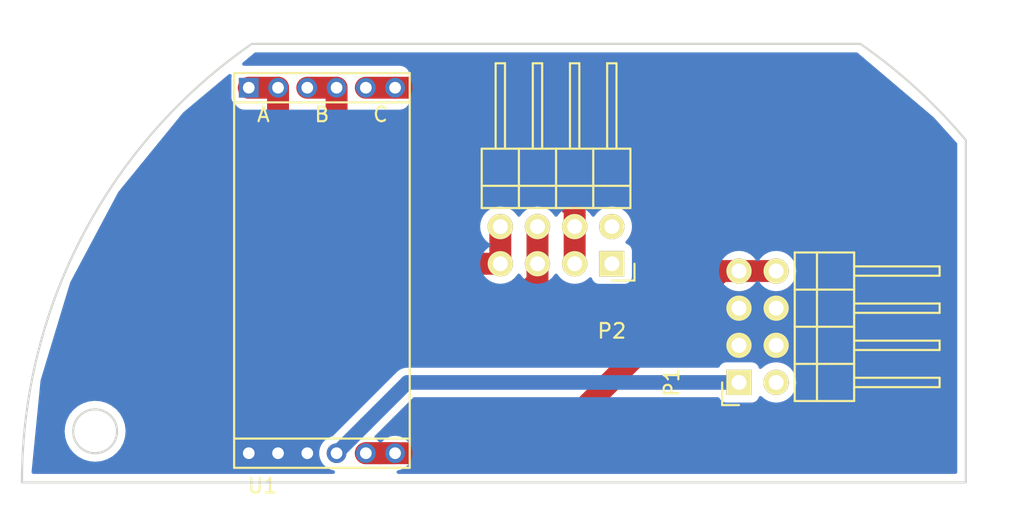
<source format=kicad_pcb>
(kicad_pcb (version 4) (host pcbnew 4.0.4-stable)

  (general
    (links 19)
    (no_connects 0)
    (area 63.424999 69.924999 128.075001 100.075001)
    (thickness 1.6)
    (drawings 6)
    (tracks 27)
    (zones 0)
    (modules 3)
    (nets 7)
  )

  (page A4)
  (layers
    (0 F.Cu signal)
    (31 B.Cu signal)
    (32 B.Adhes user)
    (33 F.Adhes user)
    (34 B.Paste user)
    (35 F.Paste user)
    (36 B.SilkS user)
    (37 F.SilkS user)
    (38 B.Mask user)
    (39 F.Mask user)
    (40 Dwgs.User user)
    (41 Cmts.User user)
    (42 Eco1.User user)
    (43 Eco2.User user)
    (44 Edge.Cuts user)
    (45 Margin user)
    (46 B.CrtYd user)
    (47 F.CrtYd user)
    (48 B.Fab user)
    (49 F.Fab user)
  )

  (setup
    (last_trace_width 1)
    (trace_clearance 0.2)
    (zone_clearance 0.508)
    (zone_45_only no)
    (trace_min 0.2)
    (segment_width 0.2)
    (edge_width 0.15)
    (via_size 0.6)
    (via_drill 0.4)
    (via_min_size 0.4)
    (via_min_drill 0.3)
    (uvia_size 0.3)
    (uvia_drill 0.1)
    (uvias_allowed no)
    (uvia_min_size 0.2)
    (uvia_min_drill 0.1)
    (pcb_text_width 0.3)
    (pcb_text_size 1.5 1.5)
    (mod_edge_width 0.15)
    (mod_text_size 1 1)
    (mod_text_width 0.15)
    (pad_size 1.7272 1.7272)
    (pad_drill 1.016)
    (pad_to_mask_clearance 0.2)
    (aux_axis_origin 0 0)
    (visible_elements 7FFFFFFF)
    (pcbplotparams
      (layerselection 0x00030_80000001)
      (usegerberextensions false)
      (excludeedgelayer true)
      (linewidth 0.100000)
      (plotframeref false)
      (viasonmask false)
      (mode 1)
      (useauxorigin false)
      (hpglpennumber 1)
      (hpglpenspeed 20)
      (hpglpendiameter 15)
      (hpglpenoverlay 2)
      (psnegative false)
      (psa4output false)
      (plotreference true)
      (plotvalue true)
      (plotinvisibletext false)
      (padsonsilk false)
      (subtractmaskfromsilk false)
      (outputformat 1)
      (mirror false)
      (drillshape 1)
      (scaleselection 1)
      (outputdirectory ""))
  )

  (net 0 "")
  (net 1 /V_BAT)
  (net 2 GND)
  (net 3 /OUT_C)
  (net 4 /OUT_B)
  (net 5 /OUT_A)
  (net 6 /PWM_Input)

  (net_class Default "This is the default net class."
    (clearance 0.2)
    (trace_width 1)
    (via_dia 0.6)
    (via_drill 0.4)
    (uvia_dia 0.3)
    (uvia_drill 0.1)
    (add_net /OUT_A)
    (add_net /OUT_B)
    (add_net /OUT_C)
    (add_net /PWM_Input)
    (add_net /V_BAT)
    (add_net GND)
  )

  (module KiCad_Footprint:DYS_Mini_ESC (layer F.Cu) (tedit 580234B4) (tstamp 5802380F)
    (at 84 85.5)
    (descr "Through hole pin header, 1x06, 2.00mm pitch, single row")
    (tags "pin header single row")
    (path /58023718)
    (fp_text reference U1 (at -4.064 14.732) (layer F.SilkS)
      (effects (font (size 1 1) (thickness 0.15)))
    )
    (fp_text value DYS_mini_ESC (at 0 10.16) (layer F.Fab)
      (effects (font (size 1 1) (thickness 0.15)))
    )
    (fp_text user C (at 4 -10.668) (layer F.SilkS)
      (effects (font (size 1 1) (thickness 0.15)))
    )
    (fp_text user B (at 0 -10.668) (layer F.SilkS)
      (effects (font (size 1 1) (thickness 0.15)))
    )
    (fp_text user A (at -4 -10.668) (layer F.SilkS)
      (effects (font (size 1 1) (thickness 0.15)))
    )
    (fp_line (start -6 11.5) (end 6 11.5) (layer F.SilkS) (width 0.15))
    (fp_line (start -6 -11.5) (end 6 -11.5) (layer F.SilkS) (width 0.15))
    (fp_line (start -6 -13.5) (end -6 13.5) (layer F.SilkS) (width 0.15))
    (fp_line (start 6 13.5) (end -6 13.5) (layer F.SilkS) (width 0.15))
    (fp_line (start 6 -13.5) (end 6 13.5) (layer F.SilkS) (width 0.15))
    (fp_line (start -6 -13.5) (end 6 -13.5) (layer F.SilkS) (width 0.15))
    (pad 4 thru_hole rect (at -5 -12.5 90) (size 1.35 1.35) (drill 0.8) (layers *.Cu *.Mask)
      (net 5 /OUT_A))
    (pad 4 thru_hole circle (at -3 -12.5 90) (size 1.35 1.35) (drill 0.8) (layers *.Cu *.Mask)
      (net 5 /OUT_A))
    (pad 5 thru_hole circle (at -1 -12.5 90) (size 1.35 1.35) (drill 0.8) (layers *.Cu *.Mask)
      (net 4 /OUT_B))
    (pad 5 thru_hole circle (at 1 -12.5 90) (size 1.35 1.35) (drill 0.8) (layers *.Cu *.Mask)
      (net 4 /OUT_B))
    (pad 6 thru_hole circle (at 3 -12.5 90) (size 1.35 1.35) (drill 0.8) (layers *.Cu *.Mask)
      (net 3 /OUT_C))
    (pad 6 thru_hole circle (at 5 -12.5 90) (size 1.35 1.35) (drill 0.8) (layers *.Cu *.Mask)
      (net 3 /OUT_C))
    (pad 1 thru_hole circle (at -5 12.5 90) (size 1.35 1.35) (drill 0.8) (layers *.Cu *.Mask)
      (net 2 GND))
    (pad 1 thru_hole circle (at -3 12.5 90) (size 1.35 1.35) (drill 0.8) (layers *.Cu *.Mask)
      (net 2 GND))
    (pad 1 thru_hole circle (at -1 12.5 90) (size 1.35 1.35) (drill 0.8) (layers *.Cu *.Mask)
      (net 2 GND))
    (pad 2 thru_hole circle (at 1 12.5 90) (size 1.35 1.35) (drill 0.8) (layers *.Cu *.Mask)
      (net 6 /PWM_Input))
    (pad 3 thru_hole circle (at 3 12.5 90) (size 1.35 1.35) (drill 0.8) (layers *.Cu *.Mask)
      (net 1 /V_BAT))
    (pad 3 thru_hole circle (at 5 12.5 90) (size 1.35 1.35) (drill 0.8) (layers *.Cu *.Mask)
      (net 1 /V_BAT))
    (model Pin_Headers.3dshapes/Pin_Header_Straight_1x06_Pitch2.00mm.wrl
      (at (xyz 0 0 0))
      (scale (xyz 1 1 1))
      (rotate (xyz 0 0 0))
    )
  )

  (module KiCad_Footprint:Socket_Strip_Angled_2x04 (layer F.Cu) (tedit 580C40D9) (tstamp 580C425D)
    (at 103.81 85.04 180)
    (descr "Through hole socket strip")
    (tags "socket strip")
    (path /580C3B56)
    (fp_text reference P2 (at 0 -4.6 180) (layer F.SilkS)
      (effects (font (size 1 1) (thickness 0.15)))
    )
    (fp_text value CONN_02X04 (at 0 -2.6 180) (layer F.Fab)
      (effects (font (size 1 1) (thickness 0.15)))
    )
    (fp_line (start 0.32 13.71) (end 0.32 7.87) (layer F.SilkS) (width 0.15))
    (fp_line (start -0.32 13.71) (end 0.32 13.71) (layer F.SilkS) (width 0.15))
    (fp_line (start -0.32 7.87) (end -0.32 13.71) (layer F.SilkS) (width 0.15))
    (fp_line (start -1.27 7.87) (end 8.89 7.87) (layer F.SilkS) (width 0.15))
    (fp_line (start -1.27 5.33) (end 8.89 5.33) (layer F.SilkS) (width 0.15))
    (fp_line (start -1.75 -1.35) (end -1.75 14) (layer F.CrtYd) (width 0.05))
    (fp_line (start 9.144 -1.35) (end 9.144 14) (layer F.CrtYd) (width 0.05))
    (fp_line (start -1.75 -1.35) (end 9.144 -1.35) (layer F.CrtYd) (width 0.05))
    (fp_line (start -1.75 14) (end 9.144 14) (layer F.CrtYd) (width 0.05))
    (fp_line (start 6.35 3.81) (end 8.89 3.81) (layer F.SilkS) (width 0.15))
    (fp_line (start 8.89 3.81) (end 8.89 7.87) (layer F.SilkS) (width 0.15))
    (fp_line (start 3.81 3.81) (end 6.35 3.81) (layer F.SilkS) (width 0.15))
    (fp_line (start 6.35 7.87) (end 6.35 3.81) (layer F.SilkS) (width 0.15))
    (fp_line (start 1.27 3.81) (end 3.81 3.81) (layer F.SilkS) (width 0.15))
    (fp_line (start 3.81 3.81) (end 3.81 7.87) (layer F.SilkS) (width 0.15))
    (fp_line (start 1.27 3.81) (end 1.27 7.87) (layer F.SilkS) (width 0.15))
    (fp_line (start -1.27 3.81) (end 1.27 3.81) (layer F.SilkS) (width 0.15))
    (fp_line (start 0 -1.15) (end -1.55 -1.15) (layer F.SilkS) (width 0.15))
    (fp_line (start -1.55 -1.15) (end -1.55 0) (layer F.SilkS) (width 0.15))
    (fp_line (start -1.27 3.81) (end -1.27 7.87) (layer F.SilkS) (width 0.15))
    (fp_line (start 2.86 13.71) (end 2.86 7.87) (layer F.SilkS) (width 0.15))
    (fp_line (start 5.4 13.71) (end 5.4 7.87) (layer F.SilkS) (width 0.15))
    (fp_line (start 7.94 13.71) (end 7.94 7.87) (layer F.SilkS) (width 0.15))
    (fp_line (start 2.22 7.87) (end 2.22 13.71) (layer F.SilkS) (width 0.15))
    (fp_line (start 4.76 7.87) (end 4.76 13.71) (layer F.SilkS) (width 0.15))
    (fp_line (start 7.3 7.87) (end 7.3 13.71) (layer F.SilkS) (width 0.15))
    (fp_line (start 2.22 13.71) (end 2.86 13.71) (layer F.SilkS) (width 0.15))
    (fp_line (start 4.76 13.71) (end 5.4 13.71) (layer F.SilkS) (width 0.15))
    (fp_line (start 7.3 13.71) (end 7.94 13.71) (layer F.SilkS) (width 0.15))
    (pad 1 thru_hole rect (at 0 0 180) (size 1.7272 1.7272) (drill 1.016) (layers *.Cu *.Mask F.SilkS))
    (pad 2 thru_hole oval (at 0 2.54 180) (size 1.7272 1.7272) (drill 1.016) (layers *.Cu *.Mask F.SilkS))
    (pad 3 thru_hole oval (at 2.54 0 180) (size 1.7272 1.7272) (drill 1.016) (layers *.Cu *.Mask F.SilkS)
      (net 3 /OUT_C))
    (pad 4 thru_hole oval (at 2.54 2.54 180) (size 1.7272 1.7272) (drill 1.016) (layers *.Cu *.Mask F.SilkS)
      (net 3 /OUT_C))
    (pad 5 thru_hole oval (at 5.08 0 180) (size 1.7272 1.7272) (drill 1.016) (layers *.Cu *.Mask F.SilkS)
      (net 5 /OUT_A))
    (pad 6 thru_hole oval (at 5.08 2.54 180) (size 1.7272 1.7272) (drill 1.016) (layers *.Cu *.Mask F.SilkS)
      (net 5 /OUT_A))
    (pad 7 thru_hole oval (at 7.62 0 180) (size 1.7272 1.7272) (drill 1.016) (layers *.Cu *.Mask F.SilkS)
      (net 4 /OUT_B))
    (pad 8 thru_hole oval (at 7.62 2.54 180) (size 1.7272 1.7272) (drill 1.016) (layers *.Cu *.Mask F.SilkS)
      (net 4 /OUT_B))
    (model Socket_Strips.3dshapes/Socket_Strip_Angled_2x04.wrl
      (at (xyz 0.15 -0.05 0))
      (scale (xyz 1 1 1))
      (rotate (xyz 0 0 180))
    )
  )

  (module KiCad_Footprint:Socket_Strip_Angled_2x04 locked (layer F.Cu) (tedit 580C40D9) (tstamp 580CEBD2)
    (at 112.5 93.16 90)
    (descr "Through hole socket strip")
    (tags "socket strip")
    (path /58021491)
    (fp_text reference P1 (at 0 -4.6 90) (layer F.SilkS)
      (effects (font (size 1 1) (thickness 0.15)))
    )
    (fp_text value CONN_02X04 (at 0 -2.6 90) (layer F.Fab)
      (effects (font (size 1 1) (thickness 0.15)))
    )
    (fp_line (start 0.32 13.71) (end 0.32 7.87) (layer F.SilkS) (width 0.15))
    (fp_line (start -0.32 13.71) (end 0.32 13.71) (layer F.SilkS) (width 0.15))
    (fp_line (start -0.32 7.87) (end -0.32 13.71) (layer F.SilkS) (width 0.15))
    (fp_line (start -1.27 7.87) (end 8.89 7.87) (layer F.SilkS) (width 0.15))
    (fp_line (start -1.27 5.33) (end 8.89 5.33) (layer F.SilkS) (width 0.15))
    (fp_line (start -1.75 -1.35) (end -1.75 14) (layer F.CrtYd) (width 0.05))
    (fp_line (start 9.144 -1.35) (end 9.144 14) (layer F.CrtYd) (width 0.05))
    (fp_line (start -1.75 -1.35) (end 9.144 -1.35) (layer F.CrtYd) (width 0.05))
    (fp_line (start -1.75 14) (end 9.144 14) (layer F.CrtYd) (width 0.05))
    (fp_line (start 6.35 3.81) (end 8.89 3.81) (layer F.SilkS) (width 0.15))
    (fp_line (start 8.89 3.81) (end 8.89 7.87) (layer F.SilkS) (width 0.15))
    (fp_line (start 3.81 3.81) (end 6.35 3.81) (layer F.SilkS) (width 0.15))
    (fp_line (start 6.35 7.87) (end 6.35 3.81) (layer F.SilkS) (width 0.15))
    (fp_line (start 1.27 3.81) (end 3.81 3.81) (layer F.SilkS) (width 0.15))
    (fp_line (start 3.81 3.81) (end 3.81 7.87) (layer F.SilkS) (width 0.15))
    (fp_line (start 1.27 3.81) (end 1.27 7.87) (layer F.SilkS) (width 0.15))
    (fp_line (start -1.27 3.81) (end 1.27 3.81) (layer F.SilkS) (width 0.15))
    (fp_line (start 0 -1.15) (end -1.55 -1.15) (layer F.SilkS) (width 0.15))
    (fp_line (start -1.55 -1.15) (end -1.55 0) (layer F.SilkS) (width 0.15))
    (fp_line (start -1.27 3.81) (end -1.27 7.87) (layer F.SilkS) (width 0.15))
    (fp_line (start 2.86 13.71) (end 2.86 7.87) (layer F.SilkS) (width 0.15))
    (fp_line (start 5.4 13.71) (end 5.4 7.87) (layer F.SilkS) (width 0.15))
    (fp_line (start 7.94 13.71) (end 7.94 7.87) (layer F.SilkS) (width 0.15))
    (fp_line (start 2.22 7.87) (end 2.22 13.71) (layer F.SilkS) (width 0.15))
    (fp_line (start 4.76 7.87) (end 4.76 13.71) (layer F.SilkS) (width 0.15))
    (fp_line (start 7.3 7.87) (end 7.3 13.71) (layer F.SilkS) (width 0.15))
    (fp_line (start 2.22 13.71) (end 2.86 13.71) (layer F.SilkS) (width 0.15))
    (fp_line (start 4.76 13.71) (end 5.4 13.71) (layer F.SilkS) (width 0.15))
    (fp_line (start 7.3 13.71) (end 7.94 13.71) (layer F.SilkS) (width 0.15))
    (pad 1 thru_hole rect (at 0 0 90) (size 1.7272 1.7272) (drill 1.016) (layers *.Cu *.Mask F.SilkS)
      (net 6 /PWM_Input))
    (pad 2 thru_hole oval (at 0 2.54 90) (size 1.7272 1.7272) (drill 1.016) (layers *.Cu *.Mask F.SilkS))
    (pad 3 thru_hole oval (at 2.54 0 90) (size 1.7272 1.7272) (drill 1.016) (layers *.Cu *.Mask F.SilkS)
      (net 2 GND))
    (pad 4 thru_hole oval (at 2.54 2.54 90) (size 1.7272 1.7272) (drill 1.016) (layers *.Cu *.Mask F.SilkS)
      (net 2 GND))
    (pad 5 thru_hole oval (at 5.08 0 90) (size 1.7272 1.7272) (drill 1.016) (layers *.Cu *.Mask F.SilkS)
      (net 2 GND))
    (pad 6 thru_hole oval (at 5.08 2.54 90) (size 1.7272 1.7272) (drill 1.016) (layers *.Cu *.Mask F.SilkS)
      (net 2 GND))
    (pad 7 thru_hole oval (at 7.62 0 90) (size 1.7272 1.7272) (drill 1.016) (layers *.Cu *.Mask F.SilkS)
      (net 1 /V_BAT))
    (pad 8 thru_hole oval (at 7.62 2.54 90) (size 1.7272 1.7272) (drill 1.016) (layers *.Cu *.Mask F.SilkS)
      (net 1 /V_BAT))
    (model Socket_Strips.3dshapes/Socket_Strip_Angled_2x06.wrl
      (at (xyz 0.25 -0.05 0))
      (scale (xyz 1 1 1))
      (rotate (xyz 0 0 180))
    )
  )

  (gr_circle (center 68.5 96.5) (end 68.5 98) (layer Edge.Cuts) (width 0.15))
  (gr_arc (start 100 100) (end 63.5 100) (angle 55.2772371) (layer Edge.Cuts) (width 0.15))
  (gr_arc (start 100 100) (end 128 76.585261) (angle -15.3734978) (layer Edge.Cuts) (width 0.15))
  (gr_line (start 128 100) (end 128 76.585261) (layer Edge.Cuts) (width 0.15))
  (gr_line (start 120.790623 70) (end 79.209377 70) (layer Edge.Cuts) (width 0.15))
  (gr_line (start 128 100) (end 63.5 100) (layer Edge.Cuts) (width 0.15))

  (segment (start 112.5 85.54) (end 111.278686 85.54) (width 1.5) (layer F.Cu) (net 1))
  (segment (start 111.278686 85.54) (end 98.818686 98) (width 1.5) (layer F.Cu) (net 1))
  (segment (start 98.818686 98) (end 87.954594 98) (width 1.5) (layer F.Cu) (net 1))
  (segment (start 87.954594 98) (end 87 98) (width 1.5) (layer F.Cu) (net 1))
  (segment (start 115.04 85.54) (end 112.5 85.54) (width 1.5) (layer F.Cu) (net 1))
  (segment (start 89 98) (end 87 98) (width 1.5) (layer F.Cu) (net 1))
  (segment (start 101.27 82.5) (end 101.27 81.278686) (width 1.5) (layer F.Cu) (net 3))
  (segment (start 101.27 81.278686) (end 92.991314 73) (width 1.5) (layer F.Cu) (net 3))
  (segment (start 92.991314 73) (end 89.954594 73) (width 1.5) (layer F.Cu) (net 3))
  (segment (start 89.954594 73) (end 89 73) (width 1.5) (layer F.Cu) (net 3))
  (segment (start 101.27 85.04) (end 101.27 82.5) (width 1.5) (layer F.Cu) (net 3))
  (segment (start 89 73) (end 87 73) (width 1.5) (layer F.Cu) (net 3))
  (segment (start 96.19 85.04) (end 96.19 82.5) (width 1.5) (layer F.Cu) (net 4))
  (segment (start 85 73) (end 85 81) (width 1.5) (layer F.Cu) (net 4))
  (segment (start 89.04 85.04) (end 96.19 85.04) (width 1.5) (layer F.Cu) (net 4))
  (segment (start 85 81) (end 89.04 85.04) (width 1.5) (layer F.Cu) (net 4))
  (segment (start 85 73) (end 83 73) (width 1.5) (layer F.Cu) (net 4))
  (segment (start 98.73 85.04) (end 98.73 82.5) (width 1.5) (layer F.Cu) (net 5))
  (segment (start 85 89) (end 95.991314 89) (width 1.5) (layer F.Cu) (net 5))
  (segment (start 95.991314 89) (end 98.73 86.261314) (width 1.5) (layer F.Cu) (net 5))
  (segment (start 98.73 86.261314) (end 98.73 85.04) (width 1.5) (layer F.Cu) (net 5))
  (segment (start 81 85) (end 85 89) (width 1.5) (layer F.Cu) (net 5))
  (segment (start 81 73) (end 81 85) (width 1.5) (layer F.Cu) (net 5))
  (segment (start 81 73) (end 79 73) (width 1.5) (layer F.Cu) (net 5))
  (segment (start 87 96) (end 85 98) (width 1) (layer B.Cu) (net 6))
  (segment (start 112.5 93.16) (end 89.84 93.16) (width 1) (layer B.Cu) (net 6))
  (segment (start 89.84 93.16) (end 87 96) (width 1) (layer B.Cu) (net 6))

  (zone (net 2) (net_name GND) (layer B.Cu) (tstamp 0) (hatch edge 0.508)
    (connect_pads yes (clearance 0.508))
    (min_thickness 0.254)
    (fill yes (arc_segments 32) (thermal_gap 0.508) (thermal_bridge_width 0.508) (smoothing fillet) (radius 0.7))
    (polygon
      (pts
        (xy 132 103) (xy 62 103) (xy 62 67) (xy 132 67)
      )
    )
    (polygon
      (pts        (xy 78 71.5) (xy 78 74.5) (xy 90 74.5) (xy 90 71.5)
      )
    )
    (filled_polygon
      (pts
        (xy 125.725897 75.120046) (xy 127.29 76.857736) (xy 127.29 99.29) (xy 89.22836 99.29) (xy 89.35399 99.267848)
        (xy 89.593508 99.174946) (xy 89.810419 99.037289) (xy 89.996462 98.860123) (xy 90.14455 98.650195) (xy 90.249043 98.415501)
        (xy 90.305959 98.164981) (xy 90.310057 97.871548) (xy 90.260157 97.619536) (xy 90.162258 97.382016) (xy 90.02009 97.168035)
        (xy 89.839066 96.985743) (xy 89.626083 96.842084) (xy 89.389252 96.74253) (xy 89.137595 96.690872) (xy 88.880697 96.689079)
        (xy 88.628343 96.737218) (xy 88.390145 96.833456) (xy 88.175177 96.974127) (xy 87.998927 97.146724) (xy 87.839066 96.985743)
        (xy 87.707877 96.897255) (xy 87.802566 96.802566) (xy 90.310133 94.295) (xy 111.059124 94.295) (xy 111.059506 94.296234)
        (xy 111.1583 94.446159) (xy 111.29495 94.562625) (xy 111.458637 94.63641) (xy 111.6364 94.661672) (xy 113.3636 94.661672)
        (xy 113.464721 94.653608) (xy 113.636234 94.600494) (xy 113.786159 94.5017) (xy 113.902625 94.36505) (xy 113.970147 94.215258)
        (xy 113.976637 94.223216) (xy 114.201994 94.409647) (xy 114.459269 94.548755) (xy 114.738665 94.635242) (xy 115.029538 94.665814)
        (xy 115.32081 94.639307) (xy 115.601385 94.556729) (xy 115.860578 94.421226) (xy 116.088515 94.23796) (xy 116.276515 94.013911)
        (xy 116.417416 93.757612) (xy 116.505852 93.478827) (xy 116.538454 93.188175) (xy 116.5386 93.167251) (xy 116.5386 93.152749)
        (xy 116.510059 92.861669) (xy 116.425525 92.581677) (xy 116.288216 92.323436) (xy 116.103363 92.096784) (xy 115.878006 91.910353)
        (xy 115.620731 91.771245) (xy 115.341335 91.684758) (xy 115.050462 91.654186) (xy 114.75919 91.680693) (xy 114.478615 91.763271)
        (xy 114.219422 91.898774) (xy 113.991485 92.08204) (xy 113.967421 92.110718) (xy 113.940494 92.023766) (xy 113.8417 91.873841)
        (xy 113.70505 91.757375) (xy 113.541363 91.68359) (xy 113.3636 91.658328) (xy 111.6364 91.658328) (xy 111.535279 91.666392)
        (xy 111.363766 91.719506) (xy 111.213841 91.8183) (xy 111.097375 91.95495) (xy 111.065799 92.025) (xy 89.84 92.025)
        (xy 89.735691 92.035228) (xy 89.631216 92.044368) (xy 89.625483 92.046034) (xy 89.619544 92.046616) (xy 89.519196 92.076913)
        (xy 89.418498 92.106168) (xy 89.413198 92.108915) (xy 89.407485 92.11064) (xy 89.314938 92.159848) (xy 89.221835 92.208108)
        (xy 89.217169 92.211833) (xy 89.211901 92.214634) (xy 89.130665 92.280888) (xy 89.048718 92.346306) (xy 89.04041 92.354498)
        (xy 89.04024 92.354637) (xy 89.04011 92.354795) (xy 89.037434 92.357433) (xy 86.197434 95.197434) (xy 84.664558 96.73031)
        (xy 84.628343 96.737218) (xy 84.390145 96.833456) (xy 84.175177 96.974127) (xy 83.991626 97.153874) (xy 83.846483 97.365849)
        (xy 83.745278 97.601979) (xy 83.691865 97.853269) (xy 83.688278 98.110148) (xy 83.734654 98.362832) (xy 83.829227 98.601696)
        (xy 83.968394 98.817641) (xy 84.146854 99.002443) (xy 84.357811 99.149061) (xy 84.593229 99.251913) (xy 84.76646 99.29)
        (xy 64.28302 99.29) (xy 64.553556 96.530856) (xy 66.290215 96.530856) (xy 66.338294 96.959485) (xy 66.468711 97.370612)
        (xy 66.676499 97.748577) (xy 66.953744 98.078985) (xy 67.289885 98.349249) (xy 67.672119 98.549076) (xy 68.085887 98.670855)
        (xy 68.515429 98.709946) (xy 68.944382 98.664861) (xy 69.356409 98.537318) (xy 69.735816 98.332173) (xy 70.068151 98.057242)
        (xy 70.340756 97.722995) (xy 70.543247 97.342166) (xy 70.667911 96.929258) (xy 70.71 96.5) (xy 70.709138 96.438293)
        (xy 70.65508 96.010378) (xy 70.518935 95.601112) (xy 70.30589 95.226085) (xy 70.024059 94.89958) (xy 69.684177 94.634035)
        (xy 69.29919 94.439564) (xy 68.883762 94.323575) (xy 68.453717 94.290485) (xy 68.025435 94.341554) (xy 67.615229 94.474838)
        (xy 67.238723 94.68526) (xy 66.910259 94.964805) (xy 66.642348 95.302825) (xy 66.445194 95.686445) (xy 66.326307 96.101053)
        (xy 66.290215 96.530856) (xy 64.553556 96.530856) (xy 64.894954 93.049017) (xy 66.913645 86.36279) (xy 68.973089 82.489538)
        (xy 94.684186 82.489538) (xy 94.710693 82.78081) (xy 94.793271 83.061385) (xy 94.928774 83.320578) (xy 95.11204 83.548515)
        (xy 95.336089 83.736515) (xy 95.395724 83.769299) (xy 95.353436 83.791784) (xy 95.126784 83.976637) (xy 94.940353 84.201994)
        (xy 94.801245 84.459269) (xy 94.714758 84.738665) (xy 94.684186 85.029538) (xy 94.710693 85.32081) (xy 94.793271 85.601385)
        (xy 94.928774 85.860578) (xy 95.11204 86.088515) (xy 95.336089 86.276515) (xy 95.592388 86.417416) (xy 95.871173 86.505852)
        (xy 96.161825 86.538454) (xy 96.182749 86.5386) (xy 96.197251 86.5386) (xy 96.488331 86.510059) (xy 96.768323 86.425525)
        (xy 97.026564 86.288216) (xy 97.253216 86.103363) (xy 97.439647 85.878006) (xy 97.459088 85.842051) (xy 97.468774 85.860578)
        (xy 97.65204 86.088515) (xy 97.876089 86.276515) (xy 98.132388 86.417416) (xy 98.411173 86.505852) (xy 98.701825 86.538454)
        (xy 98.722749 86.5386) (xy 98.737251 86.5386) (xy 99.028331 86.510059) (xy 99.308323 86.425525) (xy 99.566564 86.288216)
        (xy 99.793216 86.103363) (xy 99.979647 85.878006) (xy 99.999088 85.842051) (xy 100.008774 85.860578) (xy 100.19204 86.088515)
        (xy 100.416089 86.276515) (xy 100.672388 86.417416) (xy 100.951173 86.505852) (xy 101.241825 86.538454) (xy 101.262749 86.5386)
        (xy 101.277251 86.5386) (xy 101.568331 86.510059) (xy 101.848323 86.425525) (xy 102.106564 86.288216) (xy 102.333216 86.103363)
        (xy 102.343201 86.091293) (xy 102.369506 86.176234) (xy 102.4683 86.326159) (xy 102.60495 86.442625) (xy 102.768637 86.51641)
        (xy 102.9464 86.541672) (xy 104.6736 86.541672) (xy 104.774721 86.533608) (xy 104.946234 86.480494) (xy 105.096159 86.3817)
        (xy 105.212625 86.24505) (xy 105.28641 86.081363) (xy 105.311672 85.9036) (xy 105.311672 85.532749) (xy 111.0014 85.532749)
        (xy 111.0014 85.547251) (xy 111.029941 85.838331) (xy 111.114475 86.118323) (xy 111.251784 86.376564) (xy 111.436637 86.603216)
        (xy 111.661994 86.789647) (xy 111.919269 86.928755) (xy 112.198665 87.015242) (xy 112.489538 87.045814) (xy 112.78081 87.019307)
        (xy 113.061385 86.936729) (xy 113.320578 86.801226) (xy 113.548515 86.61796) (xy 113.736515 86.393911) (xy 113.769299 86.334276)
        (xy 113.791784 86.376564) (xy 113.976637 86.603216) (xy 114.201994 86.789647) (xy 114.459269 86.928755) (xy 114.738665 87.015242)
        (xy 115.029538 87.045814) (xy 115.32081 87.019307) (xy 115.601385 86.936729) (xy 115.860578 86.801226) (xy 116.088515 86.61796)
        (xy 116.276515 86.393911) (xy 116.417416 86.137612) (xy 116.505852 85.858827) (xy 116.538454 85.568175) (xy 116.5386 85.547251)
        (xy 116.5386 85.532749) (xy 116.510059 85.241669) (xy 116.425525 84.961677) (xy 116.288216 84.703436) (xy 116.103363 84.476784)
        (xy 115.878006 84.290353) (xy 115.620731 84.151245) (xy 115.341335 84.064758) (xy 115.050462 84.034186) (xy 114.75919 84.060693)
        (xy 114.478615 84.143271) (xy 114.219422 84.278774) (xy 113.991485 84.46204) (xy 113.803485 84.686089) (xy 113.770701 84.745724)
        (xy 113.748216 84.703436) (xy 113.563363 84.476784) (xy 113.338006 84.290353) (xy 113.080731 84.151245) (xy 112.801335 84.064758)
        (xy 112.510462 84.034186) (xy 112.21919 84.060693) (xy 111.938615 84.143271) (xy 111.679422 84.278774) (xy 111.451485 84.46204)
        (xy 111.263485 84.686089) (xy 111.122584 84.942388) (xy 111.034148 85.221173) (xy 111.001546 85.511825) (xy 111.0014 85.532749)
        (xy 105.311672 85.532749) (xy 105.311672 84.1764) (xy 105.303608 84.075279) (xy 105.250494 83.903766) (xy 105.1517 83.753841)
        (xy 105.01505 83.637375) (xy 104.865258 83.569853) (xy 104.873216 83.563363) (xy 105.059647 83.338006) (xy 105.198755 83.080731)
        (xy 105.285242 82.801335) (xy 105.315814 82.510462) (xy 105.289307 82.21919) (xy 105.206729 81.938615) (xy 105.071226 81.679422)
        (xy 104.88796 81.451485) (xy 104.663911 81.263485) (xy 104.407612 81.122584) (xy 104.128827 81.034148) (xy 103.838175 81.001546)
        (xy 103.817251 81.0014) (xy 103.802749 81.0014) (xy 103.511669 81.029941) (xy 103.231677 81.114475) (xy 102.973436 81.251784)
        (xy 102.746784 81.436637) (xy 102.560353 81.661994) (xy 102.540912 81.697949) (xy 102.531226 81.679422) (xy 102.34796 81.451485)
        (xy 102.123911 81.263485) (xy 101.867612 81.122584) (xy 101.588827 81.034148) (xy 101.298175 81.001546) (xy 101.277251 81.0014)
        (xy 101.262749 81.0014) (xy 100.971669 81.029941) (xy 100.691677 81.114475) (xy 100.433436 81.251784) (xy 100.206784 81.436637)
        (xy 100.020353 81.661994) (xy 100.000912 81.697949) (xy 99.991226 81.679422) (xy 99.80796 81.451485) (xy 99.583911 81.263485)
        (xy 99.327612 81.122584) (xy 99.048827 81.034148) (xy 98.758175 81.001546) (xy 98.737251 81.0014) (xy 98.722749 81.0014)
        (xy 98.431669 81.029941) (xy 98.151677 81.114475) (xy 97.893436 81.251784) (xy 97.666784 81.436637) (xy 97.480353 81.661994)
        (xy 97.460912 81.697949) (xy 97.451226 81.679422) (xy 97.26796 81.451485) (xy 97.043911 81.263485) (xy 96.787612 81.122584)
        (xy 96.508827 81.034148) (xy 96.218175 81.001546) (xy 96.197251 81.0014) (xy 96.182749 81.0014) (xy 95.891669 81.029941)
        (xy 95.611677 81.114475) (xy 95.353436 81.251784) (xy 95.126784 81.436637) (xy 94.940353 81.661994) (xy 94.801245 81.919269)
        (xy 94.714758 82.198665) (xy 94.684186 82.489538) (xy 68.973089 82.489538) (xy 70.192585 80.196001) (xy 74.608307 74.781789)
        (xy 77.706762 72.185434) (xy 77.686928 72.325) (xy 77.686928 73.675) (xy 77.694992 73.776121) (xy 77.748106 73.947634)
        (xy 77.8469 74.097559) (xy 77.98355 74.214025) (xy 77.988619 74.21631) (xy 78.005967 74.248766) (xy 78.019799 74.269467)
        (xy 78.106853 74.375543) (xy 78.124457 74.393147) (xy 78.230533 74.480201) (xy 78.251234 74.494033) (xy 78.372255 74.55872)
        (xy 78.395256 74.568247) (xy 78.526571 74.608081) (xy 78.550989 74.612938) (xy 78.687552 74.626388) (xy 78.7 74.627)
        (xy 89.3 74.627) (xy 89.312448 74.626388) (xy 89.449011 74.612938) (xy 89.473429 74.608081) (xy 89.604744 74.568247)
        (xy 89.627745 74.55872) (xy 89.748766 74.494033) (xy 89.769467 74.480201) (xy 89.875543 74.393147) (xy 89.893147 74.375543)
        (xy 89.980201 74.269467) (xy 89.994033 74.248766) (xy 90.05872 74.127745) (xy 90.068247 74.104744) (xy 90.108081 73.973429)
        (xy 90.112938 73.949011) (xy 90.126388 73.812448) (xy 90.127 73.8) (xy 90.127 73.675074) (xy 90.14455 73.650195)
        (xy 90.249043 73.415501) (xy 90.305959 73.164981) (xy 90.310057 72.871548) (xy 90.260157 72.619536) (xy 90.162258 72.382016)
        (xy 90.127 72.328948) (xy 90.127 72.2) (xy 90.126388 72.187552) (xy 90.112938 72.050989) (xy 90.108081 72.026571)
        (xy 90.068247 71.895256) (xy 90.05872 71.872255) (xy 89.994033 71.751234) (xy 89.980201 71.730533) (xy 89.893147 71.624457)
        (xy 89.875543 71.606853) (xy 89.769467 71.519799) (xy 89.748766 71.505967) (xy 89.627745 71.44128) (xy 89.604744 71.431753)
        (xy 89.473429 71.391919) (xy 89.449011 71.387062) (xy 89.312448 71.373612) (xy 89.3 71.373) (xy 78.7 71.373)
        (xy 78.687552 71.373612) (xy 78.673985 71.374948) (xy 79.467525 70.71) (xy 120.529937 70.71)
      )
    )
  )
)

</source>
